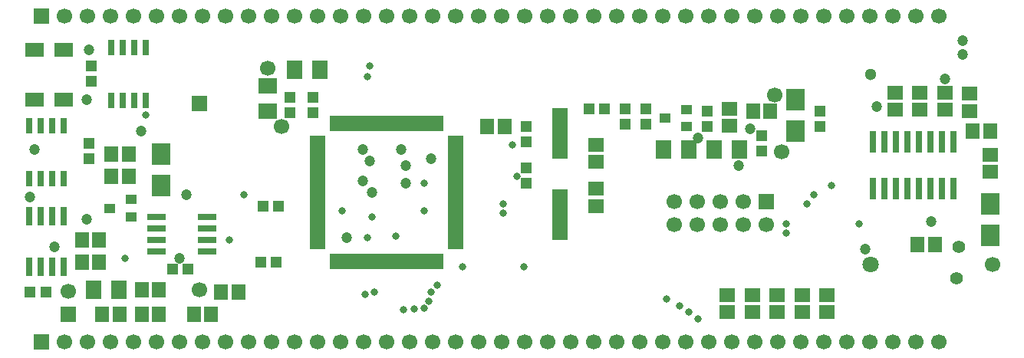
<source format=gts>
%FSLAX42Y42*%
%MOMM*%
G71*
G01*
G75*
%ADD10C,0.20*%
%ADD11C,0.30*%
%ADD12R,1.00X0.85*%
%ADD13R,1.50X1.30*%
%ADD14R,1.00X1.10*%
%ADD15R,1.30X1.50*%
%ADD16R,1.10X1.00*%
%ADD17R,1.50X5.50*%
%ADD18R,1.80X1.60*%
%ADD19R,1.60X1.80*%
%ADD20R,0.30X1.60*%
%ADD21R,1.60X0.30*%
%ADD22R,1.80X0.60*%
%ADD23R,1.80X2.15*%
%ADD24R,0.60X2.20*%
%ADD25R,0.60X1.55*%
%ADD26R,1.90X1.30*%
%ADD27R,0.60X1.80*%
%ADD28C,0.25*%
%ADD29C,0.50*%
%ADD30C,0.40*%
%ADD31C,1.00*%
%ADD32C,1.50*%
%ADD33R,1.50X1.50*%
%ADD34C,1.60*%
%ADD35C,1.10*%
%ADD36C,0.60*%
%ADD37C,1.00*%
%ADD38C,1.20*%
%ADD39R,1.90X1.00*%
%ADD40R,1.50X1.00*%
%ADD41R,1.90X0.70*%
%ADD42R,2.80X1.50*%
%ADD43C,0.25*%
%ADD44C,0.13*%
%ADD45R,2.80X0.65*%
%ADD46R,1.20X1.05*%
%ADD47R,1.70X1.50*%
%ADD48R,1.20X1.30*%
%ADD49R,1.50X1.70*%
%ADD50R,1.30X1.20*%
%ADD51R,1.70X5.70*%
%ADD52R,2.00X1.80*%
%ADD53R,1.80X2.00*%
%ADD54R,0.50X1.80*%
%ADD55R,1.80X0.50*%
%ADD56R,2.00X0.80*%
%ADD57R,2.00X2.35*%
%ADD58R,0.80X2.40*%
%ADD59R,0.80X1.75*%
%ADD60R,2.10X1.50*%
%ADD61R,0.80X2.00*%
%ADD62C,1.70*%
%ADD63R,1.70X1.70*%
%ADD64C,1.80*%
%ADD65C,1.30*%
%ADD66C,0.80*%
%ADD67C,1.20*%
%ADD68C,1.40*%
D46*
X7425Y-1525D02*
D03*
X7185Y-1430D02*
D03*
X7425Y-1335D02*
D03*
X1055Y-2425D02*
D03*
X1295Y-2330D02*
D03*
Y-2520D02*
D03*
D47*
X7900Y-1515D02*
D03*
X8150Y-3385D02*
D03*
Y-3575D02*
D03*
X8425Y-3385D02*
D03*
Y-3575D02*
D03*
X8700Y-3385D02*
D03*
Y-3575D02*
D03*
X8975Y-3385D02*
D03*
Y-3575D02*
D03*
X6425Y-2210D02*
D03*
Y-2400D02*
D03*
Y-1915D02*
D03*
Y-1725D02*
D03*
X7875Y-3385D02*
D03*
Y-3575D02*
D03*
X7900Y-1325D02*
D03*
X9725Y-1340D02*
D03*
Y-1150D02*
D03*
X10000Y-1340D02*
D03*
Y-1150D02*
D03*
X10775Y-1835D02*
D03*
Y-2025D02*
D03*
X10550Y-1160D02*
D03*
Y-1350D02*
D03*
X10275Y-1340D02*
D03*
Y-1150D02*
D03*
D48*
X7650Y-1520D02*
D03*
X5650Y-1980D02*
D03*
Y-2150D02*
D03*
X3050Y-1200D02*
D03*
Y-1370D02*
D03*
X6750Y-1500D02*
D03*
Y-1330D02*
D03*
X8250Y-1625D02*
D03*
Y-1795D02*
D03*
X5650Y-1525D02*
D03*
Y-1695D02*
D03*
X3300Y-1200D02*
D03*
Y-1370D02*
D03*
X6975Y-1500D02*
D03*
Y-1330D02*
D03*
X7650Y-1350D02*
D03*
X825Y-1875D02*
D03*
Y-1705D02*
D03*
X850Y-850D02*
D03*
Y-1020D02*
D03*
X8900Y-1350D02*
D03*
Y-1520D02*
D03*
D49*
X1985Y-3600D02*
D03*
X2175D02*
D03*
X1410D02*
D03*
X1600D02*
D03*
X2285Y-3350D02*
D03*
X2475D02*
D03*
X1410Y-3325D02*
D03*
X1600D02*
D03*
X5415Y-1525D02*
D03*
X5225D02*
D03*
X8160Y-1350D02*
D03*
X8350D02*
D03*
X1165Y-3600D02*
D03*
X975D02*
D03*
X1265Y-2075D02*
D03*
X1075D02*
D03*
X10585Y-1575D02*
D03*
X10775D02*
D03*
X940Y-3025D02*
D03*
X750D02*
D03*
X940Y-2775D02*
D03*
X750D02*
D03*
X10165Y-2825D02*
D03*
X9975D02*
D03*
X1075Y-1825D02*
D03*
X1265D02*
D03*
D50*
X2725Y-3025D02*
D03*
X2895D02*
D03*
X2750Y-2400D02*
D03*
X2920D02*
D03*
X6350Y-1325D02*
D03*
X6520D02*
D03*
X1750Y-3100D02*
D03*
X1920D02*
D03*
X350Y-3350D02*
D03*
X180D02*
D03*
D51*
X6025Y-1600D02*
D03*
Y-2500D02*
D03*
D52*
X2800Y-1355D02*
D03*
Y-1075D02*
D03*
D53*
X7170Y-1775D02*
D03*
X7450D02*
D03*
X8005D02*
D03*
X7725D02*
D03*
X3380Y-900D02*
D03*
X3100D02*
D03*
X1155Y-3325D02*
D03*
X875D02*
D03*
D54*
X4715Y-1490D02*
D03*
X4665D02*
D03*
X4615D02*
D03*
X4565D02*
D03*
X4515D02*
D03*
X4465D02*
D03*
X4415D02*
D03*
X4365D02*
D03*
X4315D02*
D03*
X4265D02*
D03*
X4215D02*
D03*
X4165D02*
D03*
X4115D02*
D03*
X4065D02*
D03*
X4015D02*
D03*
X3965D02*
D03*
X3915D02*
D03*
X3865D02*
D03*
X3815D02*
D03*
X3765D02*
D03*
X3715D02*
D03*
X3665D02*
D03*
X3615D02*
D03*
X3565D02*
D03*
X3515D02*
D03*
X4715Y-3010D02*
D03*
X4665D02*
D03*
X4615D02*
D03*
X4565D02*
D03*
X4515D02*
D03*
X4465D02*
D03*
X4415D02*
D03*
X4365D02*
D03*
X4315D02*
D03*
X4265D02*
D03*
X4215D02*
D03*
X4165D02*
D03*
X4115D02*
D03*
X4065D02*
D03*
X4015D02*
D03*
X3965D02*
D03*
X3915D02*
D03*
X3865D02*
D03*
X3815D02*
D03*
X3765D02*
D03*
X3715D02*
D03*
X3665D02*
D03*
X3615D02*
D03*
X3565D02*
D03*
X3515D02*
D03*
D55*
X4875Y-2850D02*
D03*
Y-2800D02*
D03*
Y-2750D02*
D03*
Y-2700D02*
D03*
Y-2650D02*
D03*
Y-2600D02*
D03*
Y-2550D02*
D03*
Y-2500D02*
D03*
Y-2450D02*
D03*
Y-2400D02*
D03*
Y-2350D02*
D03*
Y-2300D02*
D03*
Y-2250D02*
D03*
Y-2200D02*
D03*
Y-2150D02*
D03*
Y-2100D02*
D03*
Y-2050D02*
D03*
Y-2000D02*
D03*
Y-1950D02*
D03*
Y-1900D02*
D03*
Y-1850D02*
D03*
Y-1800D02*
D03*
Y-1750D02*
D03*
Y-1700D02*
D03*
Y-1650D02*
D03*
X3355Y-2850D02*
D03*
Y-2800D02*
D03*
Y-2750D02*
D03*
Y-2700D02*
D03*
Y-2650D02*
D03*
Y-2600D02*
D03*
Y-2550D02*
D03*
Y-2500D02*
D03*
Y-2450D02*
D03*
Y-2400D02*
D03*
Y-2350D02*
D03*
Y-2300D02*
D03*
Y-2250D02*
D03*
Y-2200D02*
D03*
Y-2150D02*
D03*
Y-2100D02*
D03*
Y-2050D02*
D03*
Y-2000D02*
D03*
Y-1950D02*
D03*
Y-1900D02*
D03*
Y-1850D02*
D03*
Y-1800D02*
D03*
Y-1750D02*
D03*
Y-1700D02*
D03*
Y-1650D02*
D03*
D56*
X2135Y-2900D02*
D03*
Y-2773D02*
D03*
Y-2646D02*
D03*
Y-2519D02*
D03*
X1575Y-2900D02*
D03*
Y-2773D02*
D03*
Y-2646D02*
D03*
Y-2519D02*
D03*
D57*
X1625Y-2175D02*
D03*
Y-1825D02*
D03*
X10775Y-2375D02*
D03*
Y-2725D02*
D03*
X8625Y-1575D02*
D03*
Y-1225D02*
D03*
D58*
X10369Y-1690D02*
D03*
X10243D02*
D03*
X10115D02*
D03*
X9989D02*
D03*
X9861D02*
D03*
X9735D02*
D03*
X9607D02*
D03*
X9481D02*
D03*
X10369Y-2210D02*
D03*
X10243D02*
D03*
X10115D02*
D03*
X9989D02*
D03*
X9861D02*
D03*
X9735D02*
D03*
X9607D02*
D03*
X9481D02*
D03*
D59*
X550Y-1515D02*
D03*
X423D02*
D03*
X296D02*
D03*
X169D02*
D03*
X550Y-2100D02*
D03*
X423D02*
D03*
X296D02*
D03*
X169D02*
D03*
X1075Y-1235D02*
D03*
X1202D02*
D03*
X1329D02*
D03*
X1456D02*
D03*
X1075Y-650D02*
D03*
X1202D02*
D03*
X1329D02*
D03*
X1456D02*
D03*
D60*
X230Y-675D02*
D03*
Y-1225D02*
D03*
X550Y-675D02*
D03*
Y-1225D02*
D03*
D61*
Y-2515D02*
D03*
X423D02*
D03*
X296D02*
D03*
X169D02*
D03*
X550Y-3075D02*
D03*
X423D02*
D03*
X296D02*
D03*
X169D02*
D03*
D62*
X2050Y-3325D02*
D03*
X10206Y-300D02*
D03*
X9952D02*
D03*
X9698D02*
D03*
X9444D02*
D03*
X9190D02*
D03*
X8936D02*
D03*
X8682D02*
D03*
X8428D02*
D03*
X8174D02*
D03*
X7920D02*
D03*
X7666D02*
D03*
X7412D02*
D03*
X7158D02*
D03*
X6904D02*
D03*
X6650D02*
D03*
X6396D02*
D03*
X6142D02*
D03*
X5888D02*
D03*
X5634D02*
D03*
X5380D02*
D03*
X5126D02*
D03*
X4872D02*
D03*
X4618D02*
D03*
X4364D02*
D03*
X4110D02*
D03*
X3856D02*
D03*
X3602D02*
D03*
X3348D02*
D03*
X3094D02*
D03*
X2840D02*
D03*
X2586D02*
D03*
X2332D02*
D03*
X2078D02*
D03*
X1824D02*
D03*
X1570D02*
D03*
X1316D02*
D03*
X1062D02*
D03*
X808D02*
D03*
X554D02*
D03*
X600Y-3346D02*
D03*
X554Y-3900D02*
D03*
X808D02*
D03*
X1062D02*
D03*
X1316D02*
D03*
X1570D02*
D03*
X1824D02*
D03*
X2078D02*
D03*
X2332D02*
D03*
X2586D02*
D03*
X2840D02*
D03*
X3094D02*
D03*
X3348D02*
D03*
X3602D02*
D03*
X3856D02*
D03*
X4110D02*
D03*
X4364D02*
D03*
X4618D02*
D03*
X4872D02*
D03*
X5126D02*
D03*
X5380D02*
D03*
X5634D02*
D03*
X5888D02*
D03*
X6142D02*
D03*
X6396D02*
D03*
X6650D02*
D03*
X6904D02*
D03*
X7158D02*
D03*
X7412D02*
D03*
X7666D02*
D03*
X7920D02*
D03*
X8174D02*
D03*
X8428D02*
D03*
X8682D02*
D03*
X8936D02*
D03*
X9190D02*
D03*
X9444D02*
D03*
X9698D02*
D03*
X9952D02*
D03*
X10206D02*
D03*
X7284Y-2604D02*
D03*
Y-2350D02*
D03*
X7538Y-2604D02*
D03*
Y-2350D02*
D03*
X7792Y-2604D02*
D03*
Y-2350D02*
D03*
X8046Y-2604D02*
D03*
Y-2350D02*
D03*
X8300Y-2604D02*
D03*
X2800Y-875D02*
D03*
X2950Y-1525D02*
D03*
X8475Y-1800D02*
D03*
X10800Y-3050D02*
D03*
X8400Y-1175D02*
D03*
D63*
X2050Y-1265D02*
D03*
X300Y-300D02*
D03*
X600Y-3600D02*
D03*
X300Y-3900D02*
D03*
X8300Y-2350D02*
D03*
D64*
X9455Y-3050D02*
D03*
D65*
Y-950D02*
D03*
D66*
X3900Y-975D02*
D03*
X3925Y-850D02*
D03*
X1456Y-1394D02*
D03*
X8825Y-2275D02*
D03*
X8750Y-2375D02*
D03*
X3975Y-3350D02*
D03*
X3875Y-3375D02*
D03*
X7200Y-3425D02*
D03*
X7350Y-3500D02*
D03*
X7450Y-3575D02*
D03*
X7550Y-3650D02*
D03*
X1225Y-2975D02*
D03*
X4300Y-3550D02*
D03*
X4415Y-3540D02*
D03*
X4525Y-3525D02*
D03*
X4575Y-3450D02*
D03*
X4600Y-3350D02*
D03*
X4675Y-3275D02*
D03*
X5625Y-3075D02*
D03*
X4950D02*
D03*
X3900Y-2750D02*
D03*
X4215Y-2735D02*
D03*
X3950Y-2525D02*
D03*
X3625Y-2450D02*
D03*
X4525D02*
D03*
Y-2150D02*
D03*
X5400Y-2475D02*
D03*
Y-2375D02*
D03*
X5500Y-1725D02*
D03*
X5550Y-2075D02*
D03*
X2373Y-2773D02*
D03*
X2540Y-2280D02*
D03*
X9325Y-2600D02*
D03*
X9025Y-2175D02*
D03*
X8525Y-2700D02*
D03*
X8525Y-2600D02*
D03*
D67*
X10475Y-725D02*
D03*
X3925Y-1900D02*
D03*
X825Y-675D02*
D03*
X4325Y-2150D02*
D03*
X9400Y-2875D02*
D03*
X10125Y-2575D02*
D03*
X9525Y-1300D02*
D03*
X10275Y-1000D02*
D03*
X10475Y-575D02*
D03*
X8000Y-1950D02*
D03*
X8125Y-1550D02*
D03*
X7550Y-1650D02*
D03*
X1400Y-1575D02*
D03*
X225Y-1775D02*
D03*
X1900Y-2275D02*
D03*
X3850Y-2125D02*
D03*
X800Y-1225D02*
D03*
X450Y-2850D02*
D03*
X3950Y-2250D02*
D03*
X4600Y-1875D02*
D03*
X4325Y-1950D02*
D03*
X3675Y-2750D02*
D03*
X3850Y-1775D02*
D03*
X4275D02*
D03*
X1825Y-2975D02*
D03*
X800Y-2550D02*
D03*
X175Y-2300D02*
D03*
D68*
X10400Y-3200D02*
D03*
X10425Y-2850D02*
D03*
M02*

</source>
